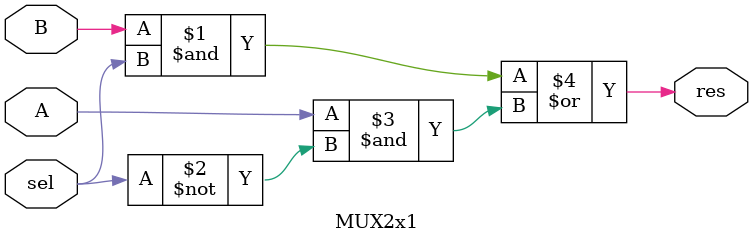
<source format=v>
`timescale 1ns / 1ps
module MUX2x1(
	input A,
	input B,
	input sel,
	output res
	);
	assign res = B&sel | A&(~sel);
endmodule 

</source>
